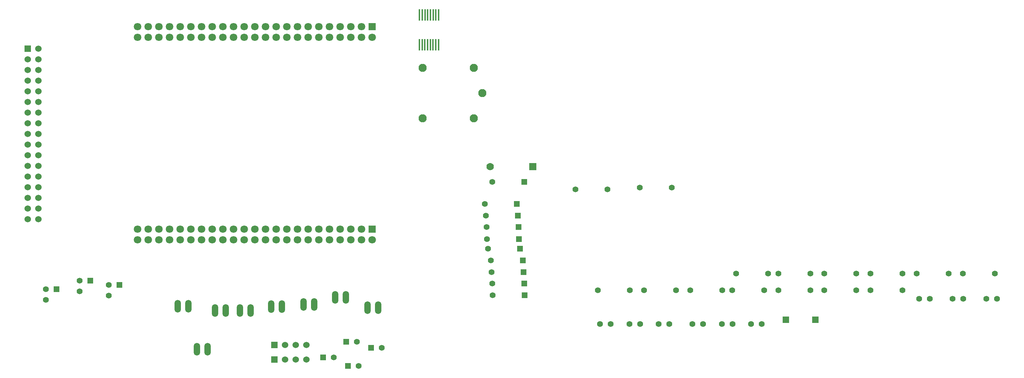
<source format=gtl>
G04 (created by PCBNEW (2013-mar-13)-testing) date vie 30 may 2014 10:06:53 ART*
%MOIN*%
G04 Gerber Fmt 3.4, Leading zero omitted, Abs format*
%FSLAX34Y34*%
G01*
G70*
G90*
G04 APERTURE LIST*
%ADD10C,0.005906*%
%ADD11R,0.060000X0.060000*%
%ADD12C,0.060000*%
%ADD13R,0.070866X0.070866*%
%ADD14C,0.070866*%
%ADD15R,0.055000X0.055000*%
%ADD16C,0.055000*%
%ADD17O,0.059300X0.118700*%
%ADD18C,0.070000*%
%ADD19R,0.070000X0.070000*%
%ADD20C,0.076700*%
%ADD21R,0.014961X0.110236*%
G04 APERTURE END LIST*
G54D10*
G54D11*
X15503Y-22196D03*
G54D12*
X16503Y-22196D03*
X15503Y-23196D03*
X16503Y-23196D03*
X15503Y-24196D03*
X16503Y-24196D03*
X15503Y-25196D03*
X16503Y-25196D03*
X15503Y-26196D03*
X16503Y-26196D03*
X15503Y-27196D03*
X16503Y-27196D03*
X15503Y-28196D03*
X16503Y-28196D03*
X15503Y-29196D03*
X16503Y-29196D03*
X15503Y-30196D03*
X16503Y-30196D03*
X15503Y-31196D03*
X16503Y-31196D03*
X15503Y-32196D03*
X16503Y-32196D03*
X15503Y-33196D03*
X16503Y-33196D03*
X15503Y-34196D03*
X16503Y-34196D03*
X15503Y-35196D03*
X16503Y-35196D03*
X15503Y-36196D03*
X16503Y-36196D03*
X15503Y-37196D03*
X16503Y-37196D03*
X15503Y-38196D03*
X16503Y-38196D03*
G54D13*
X47832Y-20157D03*
G54D14*
X47832Y-21157D03*
X46832Y-20157D03*
X46832Y-21157D03*
X45832Y-20157D03*
X45832Y-21157D03*
X44832Y-20157D03*
X44832Y-21157D03*
X43832Y-20157D03*
X43832Y-21157D03*
X42832Y-20157D03*
X42832Y-21157D03*
X41832Y-20157D03*
X41832Y-21157D03*
X40832Y-20157D03*
X40832Y-21157D03*
X39832Y-20157D03*
X39832Y-21157D03*
X38832Y-20157D03*
X38832Y-21157D03*
X37832Y-20157D03*
X37832Y-21157D03*
X36832Y-20157D03*
X36832Y-21157D03*
X35832Y-20157D03*
X35832Y-21157D03*
X34832Y-20157D03*
X34832Y-21157D03*
X33832Y-20157D03*
X33832Y-21157D03*
X32832Y-20157D03*
X32832Y-21157D03*
X31832Y-20157D03*
X31832Y-21157D03*
X30832Y-20157D03*
X30832Y-21157D03*
X29832Y-20157D03*
X29832Y-21157D03*
X28832Y-20157D03*
X28832Y-21157D03*
X27832Y-20157D03*
X27832Y-21157D03*
X26832Y-20157D03*
X26832Y-21157D03*
X25832Y-20157D03*
X25832Y-21157D03*
G54D13*
X47832Y-39157D03*
G54D14*
X47832Y-40157D03*
X46832Y-39157D03*
X46832Y-40157D03*
X45832Y-39157D03*
X45832Y-40157D03*
X44832Y-39157D03*
X44832Y-40157D03*
X43832Y-39157D03*
X43832Y-40157D03*
X42832Y-39157D03*
X42832Y-40157D03*
X41832Y-39157D03*
X41832Y-40157D03*
X40832Y-39157D03*
X40832Y-40157D03*
X39832Y-39157D03*
X39832Y-40157D03*
X38832Y-39157D03*
X38832Y-40157D03*
X37832Y-39157D03*
X37832Y-40157D03*
X36832Y-39157D03*
X36832Y-40157D03*
X35832Y-39157D03*
X35832Y-40157D03*
X34832Y-39157D03*
X34832Y-40157D03*
X33832Y-39157D03*
X33832Y-40157D03*
X32832Y-39157D03*
X32832Y-40157D03*
X31832Y-39157D03*
X31832Y-40157D03*
X30832Y-39157D03*
X30832Y-40157D03*
X29832Y-39157D03*
X29832Y-40157D03*
X28832Y-39157D03*
X28832Y-40157D03*
X27832Y-39157D03*
X27832Y-40157D03*
X26832Y-39157D03*
X26832Y-40157D03*
X25832Y-39157D03*
X25832Y-40157D03*
G54D15*
X45562Y-51988D03*
G54D16*
X46562Y-51988D03*
G54D15*
X43200Y-51161D03*
G54D16*
X44200Y-51161D03*
G54D15*
X47728Y-50275D03*
G54D16*
X48728Y-50275D03*
G54D15*
X45366Y-49704D03*
G54D16*
X46366Y-49704D03*
X102255Y-45669D03*
X103255Y-45669D03*
X105405Y-45669D03*
X106405Y-45669D03*
X99106Y-45669D03*
X100106Y-45669D03*
X71940Y-48031D03*
X72940Y-48031D03*
X74696Y-48031D03*
X75696Y-48031D03*
X77846Y-48031D03*
X78846Y-48031D03*
X80602Y-48031D03*
X81602Y-48031D03*
X83358Y-48031D03*
X84358Y-48031D03*
X69185Y-48031D03*
X70185Y-48031D03*
G54D17*
X33082Y-46771D03*
X34082Y-46771D03*
X35405Y-46771D03*
X36405Y-46771D03*
X47374Y-46496D03*
X48374Y-46496D03*
X44342Y-45551D03*
X45342Y-45551D03*
X41370Y-46220D03*
X42370Y-46220D03*
X38358Y-46417D03*
X39358Y-46417D03*
X29598Y-46358D03*
X30598Y-46358D03*
X31389Y-50393D03*
X32389Y-50393D03*
G54D11*
X38657Y-51377D03*
G54D12*
X39657Y-51377D03*
X40657Y-51377D03*
X41657Y-51377D03*
G54D11*
X38657Y-50000D03*
G54D12*
X39657Y-50000D03*
X40657Y-50000D03*
X41657Y-50000D03*
G54D15*
X61381Y-36771D03*
G54D16*
X58381Y-36771D03*
G54D15*
X61480Y-37874D03*
G54D16*
X58480Y-37874D03*
G54D15*
X61539Y-38956D03*
G54D16*
X58539Y-38956D03*
G54D15*
X61598Y-40059D03*
G54D16*
X58598Y-40059D03*
G54D15*
X61696Y-40964D03*
G54D16*
X58696Y-40964D03*
G54D15*
X61933Y-42066D03*
G54D16*
X58933Y-42066D03*
G54D15*
X62011Y-43169D03*
G54D16*
X59011Y-43169D03*
G54D15*
X62090Y-44232D03*
G54D16*
X59090Y-44232D03*
G54D15*
X62129Y-45354D03*
G54D16*
X59129Y-45354D03*
G54D15*
X62070Y-34724D03*
G54D16*
X59070Y-34724D03*
G54D18*
X58866Y-33267D03*
G54D19*
X62866Y-33267D03*
G54D11*
X89370Y-47637D03*
X86614Y-47637D03*
G54D15*
X18216Y-44775D03*
G54D16*
X17216Y-44775D03*
X17216Y-45775D03*
G54D15*
X24122Y-44381D03*
G54D16*
X23122Y-44381D03*
X23122Y-45381D03*
G54D15*
X21366Y-43988D03*
G54D16*
X20366Y-43988D03*
X20366Y-44988D03*
X66866Y-35413D03*
X69866Y-35413D03*
X81964Y-43307D03*
X84964Y-43307D03*
X85901Y-43307D03*
X88901Y-43307D03*
X90232Y-43307D03*
X93232Y-43307D03*
X94562Y-43307D03*
X97562Y-43307D03*
X98893Y-43307D03*
X101893Y-43307D03*
X103224Y-43307D03*
X106224Y-43307D03*
X68972Y-44881D03*
X71972Y-44881D03*
X73303Y-44881D03*
X76303Y-44881D03*
X77633Y-44881D03*
X80633Y-44881D03*
X81570Y-44881D03*
X84570Y-44881D03*
X85901Y-44881D03*
X88901Y-44881D03*
X90232Y-44881D03*
X93232Y-44881D03*
X72909Y-35255D03*
X75909Y-35255D03*
X94562Y-44881D03*
X97562Y-44881D03*
G54D20*
X57361Y-24015D03*
X57361Y-28739D03*
X58149Y-26377D03*
X52559Y-28739D03*
X52559Y-24015D03*
G54D21*
X52244Y-21830D03*
X52500Y-21830D03*
X52755Y-21830D03*
X53011Y-21830D03*
X53267Y-21830D03*
X53523Y-21830D03*
X53779Y-21830D03*
X54035Y-21830D03*
X54055Y-19035D03*
X53799Y-19035D03*
X53543Y-19035D03*
X53287Y-19035D03*
X53031Y-19035D03*
X52775Y-19035D03*
X52519Y-19035D03*
X52263Y-19035D03*
M02*

</source>
